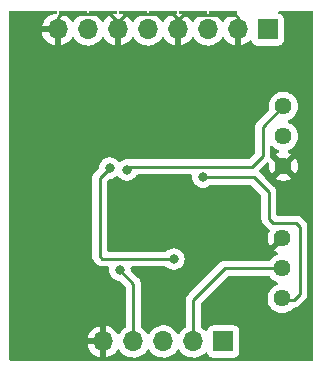
<source format=gbr>
%TF.GenerationSoftware,KiCad,Pcbnew,(6.0.11-0)*%
%TF.CreationDate,2023-02-13T11:24:01+01:00*%
%TF.ProjectId,vectrex_joystick,76656374-7265-4785-9f6a-6f7973746963,rev?*%
%TF.SameCoordinates,Original*%
%TF.FileFunction,Copper,L2,Bot*%
%TF.FilePolarity,Positive*%
%FSLAX46Y46*%
G04 Gerber Fmt 4.6, Leading zero omitted, Abs format (unit mm)*
G04 Created by KiCad (PCBNEW (6.0.11-0)) date 2023-02-13 11:24:01*
%MOMM*%
%LPD*%
G01*
G04 APERTURE LIST*
%TA.AperFunction,ComponentPad*%
%ADD10C,1.440000*%
%TD*%
%TA.AperFunction,ComponentPad*%
%ADD11R,1.700000X1.700000*%
%TD*%
%TA.AperFunction,ComponentPad*%
%ADD12O,1.700000X1.700000*%
%TD*%
%TA.AperFunction,ViaPad*%
%ADD13C,0.800000*%
%TD*%
%TA.AperFunction,Conductor*%
%ADD14C,0.250000*%
%TD*%
G04 APERTURE END LIST*
D10*
%TO.P,RV1,1,1*%
%TO.N,Net-(R1-Pad2)*%
X92862400Y-102504400D03*
%TO.P,RV1,2,2*%
%TO.N,Net-(J2-Pad1)*%
X92862400Y-105044400D03*
%TO.P,RV1,3,3*%
%TO.N,GND*%
X92862400Y-107584400D03*
%TD*%
%TO.P,RV2,1,1*%
%TO.N,Net-(R12-Pad2)*%
X92760800Y-118780400D03*
%TO.P,RV2,2,2*%
%TO.N,Net-(RV2-Pad2)*%
X92760800Y-116240400D03*
%TO.P,RV2,3,3*%
%TO.N,GND*%
X92760800Y-113700400D03*
%TD*%
D11*
%TO.P,J2,1,Pin_1*%
%TO.N,Net-(J2-Pad1)*%
X87782400Y-122428000D03*
D12*
%TO.P,J2,2,Pin_2*%
%TO.N,Net-(RV2-Pad2)*%
X85242400Y-122428000D03*
%TO.P,J2,3,Pin_3*%
%TO.N,+5V*%
X82702400Y-122428000D03*
%TO.P,J2,4,Pin_4*%
%TO.N,-5V*%
X80162400Y-122428000D03*
%TO.P,J2,5,Pin_5*%
%TO.N,GND*%
X77622400Y-122428000D03*
%TD*%
D11*
%TO.P,J1,1,Pin_1*%
%TO.N,Net-(J1-Pad1)*%
X91541600Y-96012000D03*
D12*
%TO.P,J1,2,Pin_2*%
%TO.N,GND*%
X89001600Y-96012000D03*
%TO.P,J1,3,Pin_3*%
%TO.N,Net-(J1-Pad3)*%
X86461600Y-96012000D03*
%TO.P,J1,4,Pin_4*%
%TO.N,GND*%
X83921600Y-96012000D03*
%TO.P,J1,5,Pin_5*%
%TO.N,Net-(J1-Pad5)*%
X81381600Y-96012000D03*
%TO.P,J1,6,Pin_6*%
%TO.N,GND*%
X78841600Y-96012000D03*
%TO.P,J1,7,Pin_7*%
%TO.N,Net-(J1-Pad7)*%
X76301600Y-96012000D03*
%TO.P,J1,8,Pin_8*%
%TO.N,GND*%
X73761600Y-96012000D03*
%TD*%
D13*
%TO.N,Net-(R1-Pad2)*%
X79629000Y-107899200D03*
%TO.N,-5V*%
X79019400Y-116382800D03*
%TO.N,Net-(R11-Pad2)*%
X83591400Y-115443000D03*
X78155800Y-107746800D03*
%TO.N,Net-(R12-Pad2)*%
X86055200Y-108508800D03*
%TD*%
D14*
%TO.N,GND*%
X71196200Y-105994200D02*
X71196200Y-118160800D01*
X83489800Y-94716600D02*
X83921600Y-95148400D01*
X73761600Y-96012000D02*
X73761600Y-103428800D01*
X78841600Y-96012000D02*
X78994000Y-95859600D01*
X88773000Y-94767400D02*
X89001600Y-94996000D01*
X72542400Y-119507000D02*
X75819000Y-119507000D01*
X78994000Y-95859600D02*
X78994000Y-95224600D01*
X78841600Y-96012000D02*
X78841600Y-95402400D01*
X83921600Y-95173800D02*
X84328000Y-94767400D01*
X77317600Y-119278400D02*
X77622400Y-119583200D01*
X76047600Y-119278400D02*
X77317600Y-119278400D01*
X79502000Y-94716600D02*
X83489800Y-94716600D01*
X78841600Y-95402400D02*
X78155800Y-94716600D01*
X73761600Y-103428800D02*
X71196200Y-105994200D01*
X74041000Y-94716600D02*
X73761600Y-94996000D01*
X83921600Y-96012000D02*
X83921600Y-95173800D01*
X84328000Y-94767400D02*
X88773000Y-94767400D01*
X77622400Y-119583200D02*
X77622400Y-122428000D01*
X71196200Y-118160800D02*
X72542400Y-119507000D01*
X78994000Y-95224600D02*
X79502000Y-94716600D01*
X78155800Y-94716600D02*
X74041000Y-94716600D01*
X75819000Y-119507000D02*
X76047600Y-119278400D01*
X73761600Y-94996000D02*
X73761600Y-96012000D01*
X89001600Y-94996000D02*
X89001600Y-96012000D01*
X83921600Y-95148400D02*
X83921600Y-96012000D01*
%TO.N,Net-(R1-Pad2)*%
X90170000Y-107645200D02*
X79883000Y-107645200D01*
X91109800Y-104257000D02*
X91109800Y-106705400D01*
X79883000Y-107645200D02*
X79629000Y-107899200D01*
X91109800Y-106705400D02*
X90170000Y-107645200D01*
X92862400Y-102504400D02*
X91109800Y-104257000D01*
%TO.N,Net-(RV2-Pad2)*%
X85242400Y-122428000D02*
X85242400Y-118922800D01*
X87924800Y-116240400D02*
X92760800Y-116240400D01*
X85242400Y-118922800D02*
X87924800Y-116240400D01*
%TO.N,-5V*%
X80162400Y-122428000D02*
X80162400Y-117525800D01*
X80162400Y-117525800D02*
X79019400Y-116382800D01*
%TO.N,Net-(R11-Pad2)*%
X78155800Y-107746800D02*
X77317600Y-108585000D01*
X77546200Y-115443000D02*
X77749400Y-115443000D01*
X77317600Y-115214400D02*
X77546200Y-115443000D01*
X77317600Y-108585000D02*
X77317600Y-115214400D01*
X77749400Y-115443000D02*
X83591400Y-115443000D01*
%TO.N,Net-(R12-Pad2)*%
X91643200Y-109804200D02*
X91643200Y-112039400D01*
X86055200Y-108508800D02*
X90347800Y-108508800D01*
X91998800Y-112395000D02*
X93929200Y-112395000D01*
X94259400Y-112725200D02*
X94259400Y-118414800D01*
X93751400Y-118922800D02*
X92903200Y-118922800D01*
X91643200Y-112039400D02*
X91998800Y-112395000D01*
X92903200Y-118922800D02*
X92760800Y-118780400D01*
X93929200Y-112395000D02*
X94259400Y-112725200D01*
X90347800Y-108508800D02*
X91643200Y-109804200D01*
X94259400Y-118414800D02*
X93751400Y-118922800D01*
%TD*%
%TA.AperFunction,Conductor*%
%TO.N,GND*%
G36*
X73649049Y-94432302D02*
G01*
X73695542Y-94485958D01*
X73705646Y-94556232D01*
X73676152Y-94620812D01*
X73616426Y-94659196D01*
X73599987Y-94662850D01*
X73450921Y-94685661D01*
X73440893Y-94688050D01*
X73238468Y-94754212D01*
X73228959Y-94758209D01*
X73040063Y-94856542D01*
X73031338Y-94862036D01*
X72861033Y-94989905D01*
X72853326Y-94996748D01*
X72706190Y-95150717D01*
X72699704Y-95158727D01*
X72579698Y-95334649D01*
X72574600Y-95343623D01*
X72484938Y-95536783D01*
X72481375Y-95546470D01*
X72425989Y-95746183D01*
X72427512Y-95754607D01*
X72439892Y-95758000D01*
X73889600Y-95758000D01*
X73957721Y-95778002D01*
X74004214Y-95831658D01*
X74015600Y-95884000D01*
X74015600Y-97330517D01*
X74019664Y-97344359D01*
X74033078Y-97346393D01*
X74039784Y-97345534D01*
X74049862Y-97343392D01*
X74253855Y-97282191D01*
X74263442Y-97278433D01*
X74454695Y-97184739D01*
X74463545Y-97179464D01*
X74636928Y-97055792D01*
X74644800Y-97049139D01*
X74795652Y-96898812D01*
X74802330Y-96890965D01*
X74929622Y-96713819D01*
X74930879Y-96714722D01*
X74977973Y-96671362D01*
X75047911Y-96659145D01*
X75113351Y-96686678D01*
X75141179Y-96718511D01*
X75201587Y-96817088D01*
X75347850Y-96985938D01*
X75519726Y-97128632D01*
X75712600Y-97241338D01*
X75921292Y-97321030D01*
X75926360Y-97322061D01*
X75926363Y-97322062D01*
X76021462Y-97341410D01*
X76140197Y-97365567D01*
X76145372Y-97365757D01*
X76145374Y-97365757D01*
X76358273Y-97373564D01*
X76358277Y-97373564D01*
X76363437Y-97373753D01*
X76368557Y-97373097D01*
X76368559Y-97373097D01*
X76579888Y-97346025D01*
X76579889Y-97346025D01*
X76585016Y-97345368D01*
X76589966Y-97343883D01*
X76794029Y-97282661D01*
X76794034Y-97282659D01*
X76798984Y-97281174D01*
X76999594Y-97182896D01*
X77181460Y-97053173D01*
X77339696Y-96895489D01*
X77470053Y-96714077D01*
X77471240Y-96714930D01*
X77518560Y-96671362D01*
X77588497Y-96659145D01*
X77653938Y-96686678D01*
X77681766Y-96718511D01*
X77739294Y-96812388D01*
X77745377Y-96820699D01*
X77884813Y-96981667D01*
X77892180Y-96988883D01*
X78056034Y-97124916D01*
X78064481Y-97130831D01*
X78248356Y-97238279D01*
X78257642Y-97242729D01*
X78456601Y-97318703D01*
X78466499Y-97321579D01*
X78569850Y-97342606D01*
X78583899Y-97341410D01*
X78587600Y-97331065D01*
X78587600Y-95884000D01*
X78607602Y-95815879D01*
X78661258Y-95769386D01*
X78713600Y-95758000D01*
X78969600Y-95758000D01*
X79037721Y-95778002D01*
X79084214Y-95831658D01*
X79095600Y-95884000D01*
X79095600Y-97330517D01*
X79099664Y-97344359D01*
X79113078Y-97346393D01*
X79119784Y-97345534D01*
X79129862Y-97343392D01*
X79333855Y-97282191D01*
X79343442Y-97278433D01*
X79534695Y-97184739D01*
X79543545Y-97179464D01*
X79716928Y-97055792D01*
X79724800Y-97049139D01*
X79875652Y-96898812D01*
X79882330Y-96890965D01*
X80009622Y-96713819D01*
X80010879Y-96714722D01*
X80057973Y-96671362D01*
X80127911Y-96659145D01*
X80193351Y-96686678D01*
X80221179Y-96718511D01*
X80281587Y-96817088D01*
X80427850Y-96985938D01*
X80599726Y-97128632D01*
X80792600Y-97241338D01*
X81001292Y-97321030D01*
X81006360Y-97322061D01*
X81006363Y-97322062D01*
X81101462Y-97341410D01*
X81220197Y-97365567D01*
X81225372Y-97365757D01*
X81225374Y-97365757D01*
X81438273Y-97373564D01*
X81438277Y-97373564D01*
X81443437Y-97373753D01*
X81448557Y-97373097D01*
X81448559Y-97373097D01*
X81659888Y-97346025D01*
X81659889Y-97346025D01*
X81665016Y-97345368D01*
X81669966Y-97343883D01*
X81874029Y-97282661D01*
X81874034Y-97282659D01*
X81878984Y-97281174D01*
X82079594Y-97182896D01*
X82261460Y-97053173D01*
X82419696Y-96895489D01*
X82550053Y-96714077D01*
X82551240Y-96714930D01*
X82598560Y-96671362D01*
X82668497Y-96659145D01*
X82733938Y-96686678D01*
X82761766Y-96718511D01*
X82819294Y-96812388D01*
X82825377Y-96820699D01*
X82964813Y-96981667D01*
X82972180Y-96988883D01*
X83136034Y-97124916D01*
X83144481Y-97130831D01*
X83328356Y-97238279D01*
X83337642Y-97242729D01*
X83536601Y-97318703D01*
X83546499Y-97321579D01*
X83649850Y-97342606D01*
X83663899Y-97341410D01*
X83667600Y-97331065D01*
X83667600Y-95884000D01*
X83687602Y-95815879D01*
X83741258Y-95769386D01*
X83793600Y-95758000D01*
X84049600Y-95758000D01*
X84117721Y-95778002D01*
X84164214Y-95831658D01*
X84175600Y-95884000D01*
X84175600Y-97330517D01*
X84179664Y-97344359D01*
X84193078Y-97346393D01*
X84199784Y-97345534D01*
X84209862Y-97343392D01*
X84413855Y-97282191D01*
X84423442Y-97278433D01*
X84614695Y-97184739D01*
X84623545Y-97179464D01*
X84796928Y-97055792D01*
X84804800Y-97049139D01*
X84955652Y-96898812D01*
X84962330Y-96890965D01*
X85089622Y-96713819D01*
X85090879Y-96714722D01*
X85137973Y-96671362D01*
X85207911Y-96659145D01*
X85273351Y-96686678D01*
X85301179Y-96718511D01*
X85361587Y-96817088D01*
X85507850Y-96985938D01*
X85679726Y-97128632D01*
X85872600Y-97241338D01*
X86081292Y-97321030D01*
X86086360Y-97322061D01*
X86086363Y-97322062D01*
X86181462Y-97341410D01*
X86300197Y-97365567D01*
X86305372Y-97365757D01*
X86305374Y-97365757D01*
X86518273Y-97373564D01*
X86518277Y-97373564D01*
X86523437Y-97373753D01*
X86528557Y-97373097D01*
X86528559Y-97373097D01*
X86739888Y-97346025D01*
X86739889Y-97346025D01*
X86745016Y-97345368D01*
X86749966Y-97343883D01*
X86954029Y-97282661D01*
X86954034Y-97282659D01*
X86958984Y-97281174D01*
X87159594Y-97182896D01*
X87341460Y-97053173D01*
X87499696Y-96895489D01*
X87630053Y-96714077D01*
X87631240Y-96714930D01*
X87678560Y-96671362D01*
X87748497Y-96659145D01*
X87813938Y-96686678D01*
X87841766Y-96718511D01*
X87899294Y-96812388D01*
X87905377Y-96820699D01*
X88044813Y-96981667D01*
X88052180Y-96988883D01*
X88216034Y-97124916D01*
X88224481Y-97130831D01*
X88408356Y-97238279D01*
X88417642Y-97242729D01*
X88616601Y-97318703D01*
X88626499Y-97321579D01*
X88729850Y-97342606D01*
X88743899Y-97341410D01*
X88747600Y-97331065D01*
X88747600Y-95884000D01*
X88767602Y-95815879D01*
X88821258Y-95769386D01*
X88873600Y-95758000D01*
X89129600Y-95758000D01*
X89197721Y-95778002D01*
X89244214Y-95831658D01*
X89255600Y-95884000D01*
X89255600Y-97330517D01*
X89259664Y-97344359D01*
X89273078Y-97346393D01*
X89279784Y-97345534D01*
X89289862Y-97343392D01*
X89493855Y-97282191D01*
X89503442Y-97278433D01*
X89694695Y-97184739D01*
X89703545Y-97179464D01*
X89876928Y-97055792D01*
X89884793Y-97049145D01*
X89989497Y-96944805D01*
X90051868Y-96910889D01*
X90122675Y-96916077D01*
X90179437Y-96958723D01*
X90196419Y-96989826D01*
X90240985Y-97108705D01*
X90328339Y-97225261D01*
X90444895Y-97312615D01*
X90581284Y-97363745D01*
X90643466Y-97370500D01*
X92439734Y-97370500D01*
X92501916Y-97363745D01*
X92638305Y-97312615D01*
X92754861Y-97225261D01*
X92842215Y-97108705D01*
X92893345Y-96972316D01*
X92900100Y-96910134D01*
X92900100Y-95113866D01*
X92893345Y-95051684D01*
X92842215Y-94915295D01*
X92754861Y-94798739D01*
X92638305Y-94711385D01*
X92625092Y-94706432D01*
X92509309Y-94663026D01*
X92509305Y-94663025D01*
X92501916Y-94660255D01*
X92498553Y-94659890D01*
X92438644Y-94625665D01*
X92405824Y-94562709D01*
X92412250Y-94492004D01*
X92455883Y-94435998D01*
X92529437Y-94412300D01*
X95275900Y-94412300D01*
X95344021Y-94432302D01*
X95390514Y-94485958D01*
X95401900Y-94538300D01*
X95401900Y-123927100D01*
X95381898Y-123995221D01*
X95328242Y-124041714D01*
X95275900Y-124053100D01*
X69773300Y-124053100D01*
X69705179Y-124033098D01*
X69658686Y-123979442D01*
X69647300Y-123927100D01*
X69647300Y-122695966D01*
X76290657Y-122695966D01*
X76320965Y-122830446D01*
X76324045Y-122840275D01*
X76404170Y-123037603D01*
X76408813Y-123046794D01*
X76520094Y-123228388D01*
X76526177Y-123236699D01*
X76665613Y-123397667D01*
X76672980Y-123404883D01*
X76836834Y-123540916D01*
X76845281Y-123546831D01*
X77029156Y-123654279D01*
X77038442Y-123658729D01*
X77237401Y-123734703D01*
X77247299Y-123737579D01*
X77350650Y-123758606D01*
X77364699Y-123757410D01*
X77368400Y-123747065D01*
X77368400Y-122700115D01*
X77363925Y-122684876D01*
X77362535Y-122683671D01*
X77354852Y-122682000D01*
X76305625Y-122682000D01*
X76292094Y-122685973D01*
X76290657Y-122695966D01*
X69647300Y-122695966D01*
X69647300Y-122162183D01*
X76286789Y-122162183D01*
X76288312Y-122170607D01*
X76300692Y-122174000D01*
X77350285Y-122174000D01*
X77365524Y-122169525D01*
X77366729Y-122168135D01*
X77368400Y-122160452D01*
X77368400Y-121111102D01*
X77364482Y-121097758D01*
X77350206Y-121095771D01*
X77311724Y-121101660D01*
X77301688Y-121104051D01*
X77099268Y-121170212D01*
X77089759Y-121174209D01*
X76900863Y-121272542D01*
X76892138Y-121278036D01*
X76721833Y-121405905D01*
X76714126Y-121412748D01*
X76566990Y-121566717D01*
X76560504Y-121574727D01*
X76440498Y-121750649D01*
X76435400Y-121759623D01*
X76345738Y-121952783D01*
X76342175Y-121962470D01*
X76286789Y-122162183D01*
X69647300Y-122162183D01*
X69647300Y-108564943D01*
X76679380Y-108564943D01*
X76680126Y-108572835D01*
X76683541Y-108608961D01*
X76684100Y-108620819D01*
X76684100Y-115135633D01*
X76683573Y-115146816D01*
X76681898Y-115154309D01*
X76682147Y-115162235D01*
X76682147Y-115162236D01*
X76684038Y-115222386D01*
X76684100Y-115226345D01*
X76684100Y-115254256D01*
X76684597Y-115258190D01*
X76684597Y-115258191D01*
X76684605Y-115258256D01*
X76685538Y-115270093D01*
X76686927Y-115314289D01*
X76692578Y-115333739D01*
X76696587Y-115353100D01*
X76699126Y-115373197D01*
X76702045Y-115380568D01*
X76702045Y-115380570D01*
X76715404Y-115414312D01*
X76719249Y-115425542D01*
X76731582Y-115467993D01*
X76735615Y-115474812D01*
X76735617Y-115474817D01*
X76741893Y-115485428D01*
X76750588Y-115503176D01*
X76758048Y-115522017D01*
X76762710Y-115528433D01*
X76762710Y-115528434D01*
X76784036Y-115557787D01*
X76790552Y-115567707D01*
X76813058Y-115605762D01*
X76827379Y-115620083D01*
X76840219Y-115635116D01*
X76852128Y-115651507D01*
X76858234Y-115656558D01*
X76886205Y-115679698D01*
X76894984Y-115687688D01*
X77042543Y-115835247D01*
X77050087Y-115843537D01*
X77054200Y-115850018D01*
X77059977Y-115855443D01*
X77103867Y-115896658D01*
X77106709Y-115899413D01*
X77126430Y-115919134D01*
X77129625Y-115921612D01*
X77138647Y-115929318D01*
X77170879Y-115959586D01*
X77177828Y-115963406D01*
X77188632Y-115969346D01*
X77205156Y-115980199D01*
X77221159Y-115992613D01*
X77261743Y-116010176D01*
X77272373Y-116015383D01*
X77311140Y-116036695D01*
X77318817Y-116038666D01*
X77318822Y-116038668D01*
X77330758Y-116041732D01*
X77349466Y-116048137D01*
X77368055Y-116056181D01*
X77375883Y-116057421D01*
X77375890Y-116057423D01*
X77411724Y-116063099D01*
X77423344Y-116065505D01*
X77458489Y-116074528D01*
X77466170Y-116076500D01*
X77486424Y-116076500D01*
X77506134Y-116078051D01*
X77526143Y-116081220D01*
X77534035Y-116080474D01*
X77570161Y-116077059D01*
X77582019Y-116076500D01*
X77998152Y-116076500D01*
X78066273Y-116096502D01*
X78112766Y-116150158D01*
X78123462Y-116215670D01*
X78105896Y-116382800D01*
X78125858Y-116572728D01*
X78184873Y-116754356D01*
X78280360Y-116919744D01*
X78284778Y-116924651D01*
X78284779Y-116924652D01*
X78378346Y-117028569D01*
X78408147Y-117061666D01*
X78562648Y-117173918D01*
X78568676Y-117176602D01*
X78568678Y-117176603D01*
X78704362Y-117237013D01*
X78737112Y-117251594D01*
X78813355Y-117267800D01*
X78917456Y-117289928D01*
X78917461Y-117289928D01*
X78923913Y-117291300D01*
X78979805Y-117291300D01*
X79047926Y-117311302D01*
X79068901Y-117328205D01*
X79491996Y-117751301D01*
X79526021Y-117813613D01*
X79528900Y-117840396D01*
X79528900Y-121149692D01*
X79508898Y-121217813D01*
X79461083Y-121261453D01*
X79436007Y-121274507D01*
X79431874Y-121277610D01*
X79431871Y-121277612D01*
X79261500Y-121405530D01*
X79257365Y-121408635D01*
X79231941Y-121435240D01*
X79163680Y-121506671D01*
X79103029Y-121570138D01*
X79100120Y-121574403D01*
X79100114Y-121574411D01*
X79087804Y-121592457D01*
X78995604Y-121727618D01*
X78995298Y-121728066D01*
X78940387Y-121773069D01*
X78869862Y-121781240D01*
X78806115Y-121749986D01*
X78785418Y-121725502D01*
X78704826Y-121600926D01*
X78698536Y-121592757D01*
X78555206Y-121435240D01*
X78547673Y-121428215D01*
X78380539Y-121296222D01*
X78371952Y-121290517D01*
X78185517Y-121187599D01*
X78176105Y-121183369D01*
X77975359Y-121112280D01*
X77965388Y-121109646D01*
X77894237Y-121096972D01*
X77880940Y-121098432D01*
X77876400Y-121112989D01*
X77876400Y-123746517D01*
X77880464Y-123760359D01*
X77893878Y-123762393D01*
X77900584Y-123761534D01*
X77910662Y-123759392D01*
X78114655Y-123698191D01*
X78124242Y-123694433D01*
X78315495Y-123600739D01*
X78324345Y-123595464D01*
X78497728Y-123471792D01*
X78505600Y-123465139D01*
X78656452Y-123314812D01*
X78663130Y-123306965D01*
X78790422Y-123129819D01*
X78791679Y-123130722D01*
X78838773Y-123087362D01*
X78908711Y-123075145D01*
X78974151Y-123102678D01*
X79001979Y-123134511D01*
X79062387Y-123233088D01*
X79208650Y-123401938D01*
X79380526Y-123544632D01*
X79573400Y-123657338D01*
X79782092Y-123737030D01*
X79787160Y-123738061D01*
X79787163Y-123738062D01*
X79882262Y-123757410D01*
X80000997Y-123781567D01*
X80006172Y-123781757D01*
X80006174Y-123781757D01*
X80219073Y-123789564D01*
X80219077Y-123789564D01*
X80224237Y-123789753D01*
X80229357Y-123789097D01*
X80229359Y-123789097D01*
X80440688Y-123762025D01*
X80440689Y-123762025D01*
X80445816Y-123761368D01*
X80450766Y-123759883D01*
X80654829Y-123698661D01*
X80654834Y-123698659D01*
X80659784Y-123697174D01*
X80860394Y-123598896D01*
X81042260Y-123469173D01*
X81200496Y-123311489D01*
X81330853Y-123130077D01*
X81332176Y-123131028D01*
X81379045Y-123087857D01*
X81448980Y-123075625D01*
X81514426Y-123103144D01*
X81542275Y-123134994D01*
X81602387Y-123233088D01*
X81748650Y-123401938D01*
X81920526Y-123544632D01*
X82113400Y-123657338D01*
X82322092Y-123737030D01*
X82327160Y-123738061D01*
X82327163Y-123738062D01*
X82422262Y-123757410D01*
X82540997Y-123781567D01*
X82546172Y-123781757D01*
X82546174Y-123781757D01*
X82759073Y-123789564D01*
X82759077Y-123789564D01*
X82764237Y-123789753D01*
X82769357Y-123789097D01*
X82769359Y-123789097D01*
X82980688Y-123762025D01*
X82980689Y-123762025D01*
X82985816Y-123761368D01*
X82990766Y-123759883D01*
X83194829Y-123698661D01*
X83194834Y-123698659D01*
X83199784Y-123697174D01*
X83400394Y-123598896D01*
X83582260Y-123469173D01*
X83740496Y-123311489D01*
X83870853Y-123130077D01*
X83872176Y-123131028D01*
X83919045Y-123087857D01*
X83988980Y-123075625D01*
X84054426Y-123103144D01*
X84082275Y-123134994D01*
X84142387Y-123233088D01*
X84288650Y-123401938D01*
X84460526Y-123544632D01*
X84653400Y-123657338D01*
X84862092Y-123737030D01*
X84867160Y-123738061D01*
X84867163Y-123738062D01*
X84962262Y-123757410D01*
X85080997Y-123781567D01*
X85086172Y-123781757D01*
X85086174Y-123781757D01*
X85299073Y-123789564D01*
X85299077Y-123789564D01*
X85304237Y-123789753D01*
X85309357Y-123789097D01*
X85309359Y-123789097D01*
X85520688Y-123762025D01*
X85520689Y-123762025D01*
X85525816Y-123761368D01*
X85530766Y-123759883D01*
X85734829Y-123698661D01*
X85734834Y-123698659D01*
X85739784Y-123697174D01*
X85940394Y-123598896D01*
X86122260Y-123469173D01*
X86230491Y-123361319D01*
X86292862Y-123327404D01*
X86363668Y-123332592D01*
X86420430Y-123375238D01*
X86437412Y-123406341D01*
X86481785Y-123524705D01*
X86569139Y-123641261D01*
X86685695Y-123728615D01*
X86822084Y-123779745D01*
X86884266Y-123786500D01*
X88680534Y-123786500D01*
X88742716Y-123779745D01*
X88879105Y-123728615D01*
X88995661Y-123641261D01*
X89083015Y-123524705D01*
X89134145Y-123388316D01*
X89140900Y-123326134D01*
X89140900Y-121529866D01*
X89134145Y-121467684D01*
X89083015Y-121331295D01*
X88995661Y-121214739D01*
X88879105Y-121127385D01*
X88742716Y-121076255D01*
X88680534Y-121069500D01*
X86884266Y-121069500D01*
X86822084Y-121076255D01*
X86685695Y-121127385D01*
X86569139Y-121214739D01*
X86481785Y-121331295D01*
X86478633Y-121339703D01*
X86437319Y-121449907D01*
X86394677Y-121506671D01*
X86328116Y-121531371D01*
X86258767Y-121516163D01*
X86226143Y-121490476D01*
X86175551Y-121434875D01*
X86175542Y-121434866D01*
X86172070Y-121431051D01*
X86168019Y-121427852D01*
X86168015Y-121427848D01*
X86000814Y-121295800D01*
X86000810Y-121295798D01*
X85996759Y-121292598D01*
X85992235Y-121290101D01*
X85992231Y-121290098D01*
X85941008Y-121261822D01*
X85891036Y-121211390D01*
X85875900Y-121151513D01*
X85875900Y-119237394D01*
X85895902Y-119169273D01*
X85912805Y-119148299D01*
X88150299Y-116910805D01*
X88212611Y-116876779D01*
X88239394Y-116873900D01*
X91639069Y-116873900D01*
X91707190Y-116893902D01*
X91742282Y-116927630D01*
X91816119Y-117033081D01*
X91968119Y-117185081D01*
X92144203Y-117308376D01*
X92149181Y-117310697D01*
X92149184Y-117310699D01*
X92332553Y-117396205D01*
X92385838Y-117443122D01*
X92405299Y-117511400D01*
X92384757Y-117579359D01*
X92332553Y-117624595D01*
X92149185Y-117710101D01*
X92149182Y-117710103D01*
X92144204Y-117712424D01*
X91968119Y-117835719D01*
X91816119Y-117987719D01*
X91692824Y-118163804D01*
X91601978Y-118358623D01*
X91600556Y-118363931D01*
X91600555Y-118363933D01*
X91561170Y-118510920D01*
X91546342Y-118566258D01*
X91527607Y-118780400D01*
X91546342Y-118994542D01*
X91601978Y-119202177D01*
X91604300Y-119207157D01*
X91604301Y-119207159D01*
X91685909Y-119382166D01*
X91692824Y-119396996D01*
X91816119Y-119573081D01*
X91968119Y-119725081D01*
X92144203Y-119848376D01*
X92149181Y-119850697D01*
X92149184Y-119850699D01*
X92334041Y-119936899D01*
X92339023Y-119939222D01*
X92344331Y-119940644D01*
X92344333Y-119940645D01*
X92541343Y-119993434D01*
X92541345Y-119993434D01*
X92546658Y-119994858D01*
X92760800Y-120013593D01*
X92974942Y-119994858D01*
X92980255Y-119993434D01*
X92980257Y-119993434D01*
X93177267Y-119940645D01*
X93177269Y-119940644D01*
X93182577Y-119939222D01*
X93187559Y-119936899D01*
X93372416Y-119850699D01*
X93372419Y-119850697D01*
X93377397Y-119848376D01*
X93553481Y-119725081D01*
X93685357Y-119593205D01*
X93747669Y-119559179D01*
X93774452Y-119556300D01*
X93791256Y-119556300D01*
X93795191Y-119555803D01*
X93795256Y-119555795D01*
X93807093Y-119554862D01*
X93839351Y-119553848D01*
X93843370Y-119553722D01*
X93851289Y-119553473D01*
X93870743Y-119547821D01*
X93890100Y-119543813D01*
X93902330Y-119542268D01*
X93902331Y-119542268D01*
X93910197Y-119541274D01*
X93917568Y-119538355D01*
X93917570Y-119538355D01*
X93951312Y-119524996D01*
X93962542Y-119521151D01*
X93997383Y-119511029D01*
X93997384Y-119511029D01*
X94004993Y-119508818D01*
X94011812Y-119504785D01*
X94011817Y-119504783D01*
X94022428Y-119498507D01*
X94040176Y-119489812D01*
X94059017Y-119482352D01*
X94094787Y-119456364D01*
X94104707Y-119449848D01*
X94135935Y-119431380D01*
X94135938Y-119431378D01*
X94142762Y-119427342D01*
X94157083Y-119413021D01*
X94172117Y-119400180D01*
X94188507Y-119388272D01*
X94216698Y-119354195D01*
X94224688Y-119345416D01*
X94651647Y-118918457D01*
X94659937Y-118910913D01*
X94666418Y-118906800D01*
X94713059Y-118857132D01*
X94715813Y-118854291D01*
X94735534Y-118834570D01*
X94738012Y-118831375D01*
X94745718Y-118822353D01*
X94748175Y-118819737D01*
X94775986Y-118790121D01*
X94785746Y-118772368D01*
X94796599Y-118755845D01*
X94804153Y-118746106D01*
X94809013Y-118739841D01*
X94826576Y-118699257D01*
X94831783Y-118688627D01*
X94853095Y-118649860D01*
X94855066Y-118642183D01*
X94855068Y-118642178D01*
X94858132Y-118630242D01*
X94864538Y-118611530D01*
X94869434Y-118600217D01*
X94872581Y-118592945D01*
X94879497Y-118549281D01*
X94881904Y-118537660D01*
X94890928Y-118502511D01*
X94890928Y-118502510D01*
X94892900Y-118494830D01*
X94892900Y-118474569D01*
X94894451Y-118454858D01*
X94896379Y-118442685D01*
X94897619Y-118434857D01*
X94893459Y-118390846D01*
X94892900Y-118378989D01*
X94892900Y-112803963D01*
X94893427Y-112792779D01*
X94895101Y-112785291D01*
X94892962Y-112717232D01*
X94892900Y-112713275D01*
X94892900Y-112685344D01*
X94892394Y-112681338D01*
X94891461Y-112669492D01*
X94890322Y-112633237D01*
X94890073Y-112625310D01*
X94884422Y-112605858D01*
X94880414Y-112586506D01*
X94878867Y-112574263D01*
X94877874Y-112566403D01*
X94874956Y-112559032D01*
X94861600Y-112525297D01*
X94857755Y-112514070D01*
X94855032Y-112504698D01*
X94845418Y-112471607D01*
X94841384Y-112464785D01*
X94841381Y-112464779D01*
X94835106Y-112454168D01*
X94826410Y-112436418D01*
X94821872Y-112424956D01*
X94821869Y-112424951D01*
X94818952Y-112417583D01*
X94800879Y-112392707D01*
X94792973Y-112381825D01*
X94786457Y-112371907D01*
X94775405Y-112353219D01*
X94763942Y-112333837D01*
X94749618Y-112319513D01*
X94736776Y-112304478D01*
X94724872Y-112288093D01*
X94690806Y-112259911D01*
X94682027Y-112251922D01*
X94432852Y-112002747D01*
X94425312Y-111994461D01*
X94421200Y-111987982D01*
X94371548Y-111941356D01*
X94368707Y-111938602D01*
X94348970Y-111918865D01*
X94345773Y-111916385D01*
X94336751Y-111908680D01*
X94310300Y-111883841D01*
X94304521Y-111878414D01*
X94297575Y-111874595D01*
X94297572Y-111874593D01*
X94286766Y-111868652D01*
X94270247Y-111857801D01*
X94269783Y-111857441D01*
X94254241Y-111845386D01*
X94246972Y-111842241D01*
X94246968Y-111842238D01*
X94213663Y-111827826D01*
X94203013Y-111822609D01*
X94164260Y-111801305D01*
X94144637Y-111796267D01*
X94125934Y-111789863D01*
X94114620Y-111784967D01*
X94114619Y-111784967D01*
X94107345Y-111781819D01*
X94099522Y-111780580D01*
X94099512Y-111780577D01*
X94063676Y-111774901D01*
X94052056Y-111772495D01*
X94016911Y-111763472D01*
X94016910Y-111763472D01*
X94009230Y-111761500D01*
X93988976Y-111761500D01*
X93969265Y-111759949D01*
X93957086Y-111758020D01*
X93949257Y-111756780D01*
X93941365Y-111757526D01*
X93905239Y-111760941D01*
X93893381Y-111761500D01*
X92402700Y-111761500D01*
X92334579Y-111741498D01*
X92288086Y-111687842D01*
X92276700Y-111635500D01*
X92276700Y-109882967D01*
X92277227Y-109871784D01*
X92278902Y-109864291D01*
X92276762Y-109796214D01*
X92276700Y-109792255D01*
X92276700Y-109764344D01*
X92276195Y-109760344D01*
X92275262Y-109748501D01*
X92274122Y-109712229D01*
X92273873Y-109704310D01*
X92268222Y-109684858D01*
X92264214Y-109665506D01*
X92262667Y-109653263D01*
X92261674Y-109645403D01*
X92258756Y-109638032D01*
X92245400Y-109604297D01*
X92241555Y-109593070D01*
X92240921Y-109590887D01*
X92229218Y-109550607D01*
X92225184Y-109543785D01*
X92225181Y-109543779D01*
X92218906Y-109533168D01*
X92210210Y-109515418D01*
X92205672Y-109503956D01*
X92205669Y-109503951D01*
X92202752Y-109496583D01*
X92176773Y-109460825D01*
X92170257Y-109450907D01*
X92151775Y-109419657D01*
X92147742Y-109412837D01*
X92133418Y-109398513D01*
X92120576Y-109383478D01*
X92116301Y-109377594D01*
X92108672Y-109367093D01*
X92074606Y-109338911D01*
X92065827Y-109330922D01*
X91347926Y-108613021D01*
X92198333Y-108613021D01*
X92207627Y-108625035D01*
X92241546Y-108648785D01*
X92251041Y-108654268D01*
X92435813Y-108740428D01*
X92446105Y-108744174D01*
X92643032Y-108796940D01*
X92653825Y-108798843D01*
X92856925Y-108816612D01*
X92867875Y-108816612D01*
X93070975Y-108798843D01*
X93081768Y-108796940D01*
X93278695Y-108744174D01*
X93288987Y-108740428D01*
X93473759Y-108654268D01*
X93483254Y-108648785D01*
X93518007Y-108624451D01*
X93526383Y-108613972D01*
X93519316Y-108600527D01*
X92875211Y-107956421D01*
X92861268Y-107948808D01*
X92859434Y-107948939D01*
X92852820Y-107953190D01*
X92204760Y-108601251D01*
X92198333Y-108613021D01*
X91347926Y-108613021D01*
X90851452Y-108116547D01*
X90843912Y-108108261D01*
X90839800Y-108101782D01*
X90815721Y-108079171D01*
X90779756Y-108017960D01*
X90782593Y-107947020D01*
X90812879Y-107898225D01*
X91117125Y-107593980D01*
X91433147Y-107277958D01*
X91495459Y-107243933D01*
X91566275Y-107248998D01*
X91623110Y-107291545D01*
X91647921Y-107358065D01*
X91647763Y-107378035D01*
X91630188Y-107578925D01*
X91630188Y-107589875D01*
X91647957Y-107792975D01*
X91649860Y-107803768D01*
X91702626Y-108000695D01*
X91706372Y-108010987D01*
X91792535Y-108195764D01*
X91798013Y-108205250D01*
X91822349Y-108240007D01*
X91832828Y-108248383D01*
X91846272Y-108241317D01*
X92490379Y-107597211D01*
X92496756Y-107585532D01*
X93226808Y-107585532D01*
X93226939Y-107587366D01*
X93231190Y-107593980D01*
X93879251Y-108242040D01*
X93891021Y-108248467D01*
X93903035Y-108239172D01*
X93926787Y-108205250D01*
X93932265Y-108195764D01*
X94018428Y-108010987D01*
X94022174Y-108000695D01*
X94074940Y-107803768D01*
X94076843Y-107792975D01*
X94094612Y-107589875D01*
X94094612Y-107578925D01*
X94076843Y-107375825D01*
X94074940Y-107365032D01*
X94022174Y-107168105D01*
X94018428Y-107157813D01*
X93932265Y-106973036D01*
X93926787Y-106963550D01*
X93902451Y-106928793D01*
X93891972Y-106920417D01*
X93878528Y-106927483D01*
X93234421Y-107571589D01*
X93226808Y-107585532D01*
X92496756Y-107585532D01*
X92497992Y-107583268D01*
X92497861Y-107581434D01*
X92493610Y-107574820D01*
X91845550Y-106926761D01*
X91807645Y-106906063D01*
X91757443Y-106855861D01*
X91744111Y-106785430D01*
X91743300Y-106785430D01*
X91743300Y-106765176D01*
X91744851Y-106745465D01*
X91746780Y-106733286D01*
X91748020Y-106725457D01*
X91743859Y-106681438D01*
X91743300Y-106669581D01*
X91743300Y-105966852D01*
X91763302Y-105898731D01*
X91816958Y-105852238D01*
X91887232Y-105842134D01*
X91951812Y-105871628D01*
X91958395Y-105877757D01*
X92069719Y-105989081D01*
X92245803Y-106112376D01*
X92250781Y-106114697D01*
X92250784Y-106114699D01*
X92434744Y-106200481D01*
X92488029Y-106247398D01*
X92507490Y-106315676D01*
X92486948Y-106383636D01*
X92434744Y-106428871D01*
X92251036Y-106514535D01*
X92241550Y-106520013D01*
X92206793Y-106544349D01*
X92198417Y-106554828D01*
X92205483Y-106568272D01*
X92849589Y-107212379D01*
X92863532Y-107219992D01*
X92865366Y-107219861D01*
X92871980Y-107215610D01*
X93520040Y-106567549D01*
X93526467Y-106555779D01*
X93517173Y-106543765D01*
X93483254Y-106520015D01*
X93473759Y-106514532D01*
X93290056Y-106428871D01*
X93236771Y-106381954D01*
X93217310Y-106313677D01*
X93237852Y-106245717D01*
X93290056Y-106200481D01*
X93474016Y-106114699D01*
X93474019Y-106114697D01*
X93478997Y-106112376D01*
X93655081Y-105989081D01*
X93807081Y-105837081D01*
X93930376Y-105660996D01*
X94021222Y-105466177D01*
X94076858Y-105258542D01*
X94095593Y-105044400D01*
X94076858Y-104830258D01*
X94021222Y-104622623D01*
X93930376Y-104427804D01*
X93807081Y-104251719D01*
X93655081Y-104099719D01*
X93478997Y-103976424D01*
X93474019Y-103974103D01*
X93474016Y-103974101D01*
X93290647Y-103888595D01*
X93237362Y-103841678D01*
X93217901Y-103773400D01*
X93238443Y-103705441D01*
X93290647Y-103660205D01*
X93474016Y-103574699D01*
X93474019Y-103574697D01*
X93478997Y-103572376D01*
X93655081Y-103449081D01*
X93807081Y-103297081D01*
X93930376Y-103120996D01*
X94021222Y-102926177D01*
X94076858Y-102718542D01*
X94095593Y-102504400D01*
X94076858Y-102290258D01*
X94021222Y-102082623D01*
X93930376Y-101887804D01*
X93807081Y-101711719D01*
X93655081Y-101559719D01*
X93478997Y-101436424D01*
X93474019Y-101434103D01*
X93474016Y-101434101D01*
X93289159Y-101347901D01*
X93289158Y-101347900D01*
X93284177Y-101345578D01*
X93278869Y-101344156D01*
X93278867Y-101344155D01*
X93081857Y-101291366D01*
X93081855Y-101291366D01*
X93076542Y-101289942D01*
X92862400Y-101271207D01*
X92648258Y-101289942D01*
X92642945Y-101291366D01*
X92642943Y-101291366D01*
X92445933Y-101344155D01*
X92445931Y-101344156D01*
X92440623Y-101345578D01*
X92435643Y-101347900D01*
X92435641Y-101347901D01*
X92250785Y-101434101D01*
X92250782Y-101434103D01*
X92245804Y-101436424D01*
X92069719Y-101559719D01*
X91917719Y-101711719D01*
X91794424Y-101887804D01*
X91703578Y-102082623D01*
X91647942Y-102290258D01*
X91629207Y-102504400D01*
X91647942Y-102718542D01*
X91649366Y-102723857D01*
X91649367Y-102723861D01*
X91651178Y-102730620D01*
X91649490Y-102801597D01*
X91618567Y-102852329D01*
X91025709Y-103445186D01*
X90717542Y-103753353D01*
X90709263Y-103760887D01*
X90702782Y-103765000D01*
X90659391Y-103811207D01*
X90656157Y-103814651D01*
X90653402Y-103817493D01*
X90633665Y-103837230D01*
X90631185Y-103840427D01*
X90623482Y-103849447D01*
X90593214Y-103881679D01*
X90589395Y-103888625D01*
X90589393Y-103888628D01*
X90583452Y-103899434D01*
X90572601Y-103915953D01*
X90560186Y-103931959D01*
X90557041Y-103939228D01*
X90557038Y-103939232D01*
X90542626Y-103972537D01*
X90537409Y-103983187D01*
X90516105Y-104021940D01*
X90514134Y-104029615D01*
X90514134Y-104029616D01*
X90511067Y-104041562D01*
X90504663Y-104060266D01*
X90496619Y-104078855D01*
X90495380Y-104086678D01*
X90495377Y-104086688D01*
X90489701Y-104122524D01*
X90487295Y-104134144D01*
X90476300Y-104176970D01*
X90476300Y-104197224D01*
X90474749Y-104216934D01*
X90471580Y-104236943D01*
X90472326Y-104244835D01*
X90475741Y-104280961D01*
X90476300Y-104292819D01*
X90476300Y-106390805D01*
X90456298Y-106458926D01*
X90439395Y-106479901D01*
X89944499Y-106974796D01*
X89882187Y-107008821D01*
X89855404Y-107011700D01*
X79961767Y-107011700D01*
X79950584Y-107011173D01*
X79943091Y-107009498D01*
X79935165Y-107009747D01*
X79935164Y-107009747D01*
X79875014Y-107011638D01*
X79871055Y-107011700D01*
X79843144Y-107011700D01*
X79843144Y-107011568D01*
X79811842Y-107009268D01*
X79724487Y-106990700D01*
X79533513Y-106990700D01*
X79527061Y-106992072D01*
X79527056Y-106992072D01*
X79448261Y-107008821D01*
X79346712Y-107030406D01*
X79340682Y-107033091D01*
X79340681Y-107033091D01*
X79178278Y-107105397D01*
X79178276Y-107105398D01*
X79172248Y-107108082D01*
X79166907Y-107111962D01*
X79166906Y-107111963D01*
X79040933Y-107203488D01*
X78974065Y-107227347D01*
X78904914Y-107211266D01*
X78873238Y-107185865D01*
X78767053Y-107067934D01*
X78636438Y-106973036D01*
X78617894Y-106959563D01*
X78617893Y-106959562D01*
X78612552Y-106955682D01*
X78606524Y-106952998D01*
X78606522Y-106952997D01*
X78444119Y-106880691D01*
X78444118Y-106880691D01*
X78438088Y-106878006D01*
X78333905Y-106855861D01*
X78257744Y-106839672D01*
X78257739Y-106839672D01*
X78251287Y-106838300D01*
X78060313Y-106838300D01*
X78053861Y-106839672D01*
X78053856Y-106839672D01*
X77977695Y-106855861D01*
X77873512Y-106878006D01*
X77867482Y-106880691D01*
X77867481Y-106880691D01*
X77705078Y-106952997D01*
X77705076Y-106952998D01*
X77699048Y-106955682D01*
X77693707Y-106959562D01*
X77693706Y-106959563D01*
X77675162Y-106973036D01*
X77544547Y-107067934D01*
X77540129Y-107072841D01*
X77540125Y-107072845D01*
X77493012Y-107125170D01*
X77416760Y-107209856D01*
X77321273Y-107375244D01*
X77262258Y-107556872D01*
X77261568Y-107563433D01*
X77261568Y-107563435D01*
X77244893Y-107722092D01*
X77217880Y-107787749D01*
X77208678Y-107798018D01*
X76925342Y-108081353D01*
X76917063Y-108088887D01*
X76910582Y-108093000D01*
X76888470Y-108116547D01*
X76863957Y-108142651D01*
X76861202Y-108145493D01*
X76841465Y-108165230D01*
X76838985Y-108168427D01*
X76831282Y-108177447D01*
X76801014Y-108209679D01*
X76797195Y-108216625D01*
X76797193Y-108216628D01*
X76791252Y-108227434D01*
X76780401Y-108243953D01*
X76767986Y-108259959D01*
X76764841Y-108267228D01*
X76764838Y-108267232D01*
X76750426Y-108300537D01*
X76745209Y-108311187D01*
X76723905Y-108349940D01*
X76721934Y-108357615D01*
X76721934Y-108357616D01*
X76718867Y-108369562D01*
X76712463Y-108388266D01*
X76704419Y-108406855D01*
X76703180Y-108414678D01*
X76703177Y-108414688D01*
X76697501Y-108450524D01*
X76695095Y-108462144D01*
X76684100Y-108504970D01*
X76684100Y-108525224D01*
X76682549Y-108544934D01*
X76679380Y-108564943D01*
X69647300Y-108564943D01*
X69647300Y-96279966D01*
X72429857Y-96279966D01*
X72460165Y-96414446D01*
X72463245Y-96424275D01*
X72543370Y-96621603D01*
X72548013Y-96630794D01*
X72659294Y-96812388D01*
X72665377Y-96820699D01*
X72804813Y-96981667D01*
X72812180Y-96988883D01*
X72976034Y-97124916D01*
X72984481Y-97130831D01*
X73168356Y-97238279D01*
X73177642Y-97242729D01*
X73376601Y-97318703D01*
X73386499Y-97321579D01*
X73489850Y-97342606D01*
X73503899Y-97341410D01*
X73507600Y-97331065D01*
X73507600Y-96284115D01*
X73503125Y-96268876D01*
X73501735Y-96267671D01*
X73494052Y-96266000D01*
X72444825Y-96266000D01*
X72431294Y-96269973D01*
X72429857Y-96279966D01*
X69647300Y-96279966D01*
X69647300Y-94538300D01*
X69667302Y-94470179D01*
X69720958Y-94423686D01*
X69773300Y-94412300D01*
X73580928Y-94412300D01*
X73649049Y-94432302D01*
G37*
%TD.AperFunction*%
%TA.AperFunction,Conductor*%
G36*
X85094064Y-108298702D02*
G01*
X85140557Y-108352358D01*
X85151253Y-108417870D01*
X85141696Y-108508800D01*
X85142386Y-108515365D01*
X85157094Y-108655300D01*
X85161658Y-108698728D01*
X85220673Y-108880356D01*
X85316160Y-109045744D01*
X85443947Y-109187666D01*
X85598448Y-109299918D01*
X85604476Y-109302602D01*
X85604478Y-109302603D01*
X85668084Y-109330922D01*
X85772912Y-109377594D01*
X85838330Y-109391499D01*
X85953256Y-109415928D01*
X85953261Y-109415928D01*
X85959713Y-109417300D01*
X86150687Y-109417300D01*
X86157139Y-109415928D01*
X86157144Y-109415928D01*
X86272070Y-109391499D01*
X86337488Y-109377594D01*
X86442316Y-109330922D01*
X86505922Y-109302603D01*
X86505924Y-109302602D01*
X86511952Y-109299918D01*
X86666453Y-109187666D01*
X86670868Y-109182763D01*
X86675780Y-109178340D01*
X86676905Y-109179589D01*
X86730214Y-109146749D01*
X86763400Y-109142300D01*
X90033206Y-109142300D01*
X90101327Y-109162302D01*
X90122301Y-109179205D01*
X90972795Y-110029699D01*
X91006821Y-110092011D01*
X91009700Y-110118794D01*
X91009700Y-111960633D01*
X91009173Y-111971816D01*
X91007498Y-111979309D01*
X91007747Y-111987235D01*
X91007747Y-111987236D01*
X91009638Y-112047386D01*
X91009700Y-112051345D01*
X91009700Y-112079256D01*
X91010197Y-112083190D01*
X91010197Y-112083191D01*
X91010205Y-112083256D01*
X91011138Y-112095093D01*
X91012527Y-112139289D01*
X91018178Y-112158739D01*
X91022187Y-112178100D01*
X91024726Y-112198197D01*
X91027645Y-112205568D01*
X91027645Y-112205570D01*
X91041004Y-112239312D01*
X91044849Y-112250542D01*
X91057182Y-112292993D01*
X91061215Y-112299812D01*
X91061217Y-112299817D01*
X91067493Y-112310428D01*
X91076188Y-112328176D01*
X91083648Y-112347017D01*
X91088310Y-112353433D01*
X91088310Y-112353434D01*
X91109636Y-112382787D01*
X91116152Y-112392707D01*
X91130864Y-112417583D01*
X91138658Y-112430762D01*
X91152979Y-112445083D01*
X91165819Y-112460116D01*
X91177728Y-112476507D01*
X91183834Y-112481558D01*
X91211805Y-112504698D01*
X91220584Y-112512688D01*
X91495143Y-112787247D01*
X91502687Y-112795537D01*
X91506800Y-112802018D01*
X91512577Y-112807443D01*
X91556467Y-112848658D01*
X91559309Y-112851413D01*
X91579030Y-112871134D01*
X91582225Y-112873612D01*
X91591247Y-112881318D01*
X91623479Y-112911586D01*
X91639710Y-112920509D01*
X91689768Y-112970854D01*
X91704661Y-113040271D01*
X91693203Y-113084173D01*
X91604772Y-113273813D01*
X91601026Y-113284105D01*
X91548260Y-113481032D01*
X91546357Y-113491825D01*
X91528588Y-113694925D01*
X91528588Y-113705875D01*
X91546357Y-113908975D01*
X91548260Y-113919768D01*
X91601026Y-114116695D01*
X91604772Y-114126987D01*
X91690935Y-114311764D01*
X91696413Y-114321250D01*
X91720749Y-114356007D01*
X91731227Y-114364382D01*
X91744673Y-114357315D01*
X92671705Y-113430284D01*
X92734017Y-113396259D01*
X92804833Y-113401324D01*
X92849895Y-113430285D01*
X93030915Y-113611305D01*
X93064941Y-113673617D01*
X93059876Y-113744432D01*
X93030916Y-113789495D01*
X92103162Y-114717249D01*
X92096734Y-114729023D01*
X92106027Y-114741035D01*
X92139946Y-114764785D01*
X92149441Y-114770268D01*
X92333144Y-114855929D01*
X92386429Y-114902846D01*
X92405890Y-114971123D01*
X92385348Y-115039083D01*
X92333144Y-115084319D01*
X92149185Y-115170101D01*
X92149182Y-115170103D01*
X92144204Y-115172424D01*
X91968119Y-115295719D01*
X91816119Y-115447719D01*
X91812960Y-115452231D01*
X91742282Y-115553170D01*
X91686825Y-115597499D01*
X91639069Y-115606900D01*
X88003563Y-115606900D01*
X87992379Y-115606373D01*
X87984891Y-115604699D01*
X87976968Y-115604948D01*
X87916833Y-115606838D01*
X87912875Y-115606900D01*
X87884944Y-115606900D01*
X87881029Y-115607395D01*
X87881025Y-115607395D01*
X87880967Y-115607403D01*
X87880938Y-115607406D01*
X87869096Y-115608339D01*
X87824910Y-115609727D01*
X87807544Y-115614772D01*
X87805458Y-115615378D01*
X87786106Y-115619386D01*
X87773868Y-115620932D01*
X87773866Y-115620933D01*
X87766003Y-115621926D01*
X87724886Y-115638206D01*
X87713685Y-115642041D01*
X87671206Y-115654382D01*
X87664387Y-115658415D01*
X87664382Y-115658417D01*
X87653771Y-115664693D01*
X87636021Y-115673390D01*
X87617183Y-115680848D01*
X87610767Y-115685509D01*
X87610766Y-115685510D01*
X87581425Y-115706828D01*
X87571501Y-115713347D01*
X87540260Y-115731822D01*
X87540255Y-115731826D01*
X87533437Y-115735858D01*
X87519113Y-115750182D01*
X87504081Y-115763021D01*
X87487693Y-115774928D01*
X87460109Y-115808271D01*
X87459512Y-115808993D01*
X87451522Y-115817773D01*
X84850147Y-118419148D01*
X84841861Y-118426688D01*
X84835382Y-118430800D01*
X84794281Y-118474569D01*
X84788757Y-118480451D01*
X84786002Y-118483293D01*
X84766265Y-118503030D01*
X84763785Y-118506227D01*
X84756082Y-118515247D01*
X84725814Y-118547479D01*
X84721995Y-118554425D01*
X84721993Y-118554428D01*
X84716052Y-118565234D01*
X84705201Y-118581753D01*
X84692786Y-118597759D01*
X84689641Y-118605028D01*
X84689638Y-118605032D01*
X84675226Y-118638337D01*
X84670009Y-118648987D01*
X84648705Y-118687740D01*
X84646734Y-118695415D01*
X84646734Y-118695416D01*
X84643667Y-118707362D01*
X84637263Y-118726066D01*
X84629219Y-118744655D01*
X84627980Y-118752478D01*
X84627977Y-118752488D01*
X84622301Y-118788324D01*
X84619895Y-118799944D01*
X84611824Y-118831381D01*
X84608900Y-118842770D01*
X84608900Y-118863024D01*
X84607349Y-118882734D01*
X84604180Y-118902743D01*
X84604926Y-118910635D01*
X84608341Y-118946761D01*
X84608900Y-118958619D01*
X84608900Y-121149692D01*
X84588898Y-121217813D01*
X84541083Y-121261453D01*
X84516007Y-121274507D01*
X84511874Y-121277610D01*
X84511871Y-121277612D01*
X84341500Y-121405530D01*
X84337365Y-121408635D01*
X84311941Y-121435240D01*
X84243680Y-121506671D01*
X84183029Y-121570138D01*
X84075601Y-121727621D01*
X84020693Y-121772621D01*
X83950168Y-121780792D01*
X83886421Y-121749538D01*
X83865724Y-121725054D01*
X83785222Y-121600617D01*
X83785220Y-121600614D01*
X83782414Y-121596277D01*
X83632070Y-121431051D01*
X83628019Y-121427852D01*
X83628015Y-121427848D01*
X83460814Y-121295800D01*
X83460810Y-121295798D01*
X83456759Y-121292598D01*
X83452231Y-121290098D01*
X83336388Y-121226150D01*
X83261189Y-121184638D01*
X83256320Y-121182914D01*
X83256316Y-121182912D01*
X83055487Y-121111795D01*
X83055483Y-121111794D01*
X83050612Y-121110069D01*
X83045519Y-121109162D01*
X83045516Y-121109161D01*
X82835773Y-121071800D01*
X82835767Y-121071799D01*
X82830684Y-121070894D01*
X82756852Y-121069992D01*
X82612481Y-121068228D01*
X82612479Y-121068228D01*
X82607311Y-121068165D01*
X82386491Y-121101955D01*
X82174156Y-121171357D01*
X82101157Y-121209358D01*
X82000375Y-121261822D01*
X81976007Y-121274507D01*
X81971874Y-121277610D01*
X81971871Y-121277612D01*
X81801500Y-121405530D01*
X81797365Y-121408635D01*
X81771941Y-121435240D01*
X81703680Y-121506671D01*
X81643029Y-121570138D01*
X81535601Y-121727621D01*
X81480693Y-121772621D01*
X81410168Y-121780792D01*
X81346421Y-121749538D01*
X81325724Y-121725054D01*
X81245222Y-121600617D01*
X81245220Y-121600614D01*
X81242414Y-121596277D01*
X81092070Y-121431051D01*
X81088019Y-121427852D01*
X81088015Y-121427848D01*
X80920814Y-121295800D01*
X80920810Y-121295798D01*
X80916759Y-121292598D01*
X80912235Y-121290101D01*
X80912231Y-121290098D01*
X80861008Y-121261822D01*
X80811036Y-121211390D01*
X80795900Y-121151513D01*
X80795900Y-117604567D01*
X80796427Y-117593384D01*
X80798102Y-117585891D01*
X80795962Y-117517814D01*
X80795900Y-117513855D01*
X80795900Y-117485944D01*
X80795395Y-117481944D01*
X80794462Y-117470101D01*
X80793322Y-117433829D01*
X80793073Y-117425910D01*
X80787422Y-117406458D01*
X80783414Y-117387106D01*
X80781867Y-117374863D01*
X80780874Y-117367003D01*
X80777956Y-117359632D01*
X80764600Y-117325897D01*
X80760755Y-117314670D01*
X80753965Y-117291300D01*
X80748418Y-117272207D01*
X80738107Y-117254772D01*
X80729412Y-117237024D01*
X80721952Y-117218183D01*
X80700198Y-117188240D01*
X80695964Y-117182413D01*
X80689448Y-117172493D01*
X80670980Y-117141265D01*
X80670978Y-117141262D01*
X80666942Y-117134438D01*
X80652621Y-117120117D01*
X80639780Y-117105083D01*
X80632531Y-117095106D01*
X80627872Y-117088693D01*
X80593795Y-117060502D01*
X80585016Y-117052512D01*
X79966522Y-116434018D01*
X79932496Y-116371706D01*
X79930307Y-116358093D01*
X79915338Y-116215670D01*
X79928110Y-116145832D01*
X79976612Y-116093985D01*
X80040648Y-116076500D01*
X82883200Y-116076500D01*
X82951321Y-116096502D01*
X82970547Y-116112843D01*
X82970820Y-116112540D01*
X82975732Y-116116963D01*
X82980147Y-116121866D01*
X83001729Y-116137546D01*
X83109257Y-116215670D01*
X83134648Y-116234118D01*
X83140676Y-116236802D01*
X83140678Y-116236803D01*
X83303081Y-116309109D01*
X83309112Y-116311794D01*
X83402513Y-116331647D01*
X83489456Y-116350128D01*
X83489461Y-116350128D01*
X83495913Y-116351500D01*
X83686887Y-116351500D01*
X83693339Y-116350128D01*
X83693344Y-116350128D01*
X83780287Y-116331647D01*
X83873688Y-116311794D01*
X83879719Y-116309109D01*
X84042122Y-116236803D01*
X84042124Y-116236802D01*
X84048152Y-116234118D01*
X84073544Y-116215670D01*
X84104922Y-116192872D01*
X84202653Y-116121866D01*
X84239251Y-116081220D01*
X84326021Y-115984852D01*
X84326022Y-115984851D01*
X84330440Y-115979944D01*
X84405453Y-115850018D01*
X84422623Y-115820279D01*
X84422624Y-115820278D01*
X84425927Y-115814556D01*
X84484942Y-115632928D01*
X84486099Y-115621926D01*
X84504214Y-115449565D01*
X84504904Y-115443000D01*
X84498342Y-115380570D01*
X84485632Y-115259635D01*
X84485632Y-115259633D01*
X84484942Y-115253072D01*
X84425927Y-115071444D01*
X84330440Y-114906056D01*
X84285306Y-114855929D01*
X84207075Y-114769045D01*
X84207074Y-114769044D01*
X84202653Y-114764134D01*
X84048152Y-114651882D01*
X84042124Y-114649198D01*
X84042122Y-114649197D01*
X83879719Y-114576891D01*
X83879718Y-114576891D01*
X83873688Y-114574206D01*
X83780288Y-114554353D01*
X83693344Y-114535872D01*
X83693339Y-114535872D01*
X83686887Y-114534500D01*
X83495913Y-114534500D01*
X83489461Y-114535872D01*
X83489456Y-114535872D01*
X83402512Y-114554353D01*
X83309112Y-114574206D01*
X83303082Y-114576891D01*
X83303081Y-114576891D01*
X83140678Y-114649197D01*
X83140676Y-114649198D01*
X83134648Y-114651882D01*
X83129307Y-114655762D01*
X83129306Y-114655763D01*
X83044678Y-114717249D01*
X82980147Y-114764134D01*
X82975732Y-114769037D01*
X82970820Y-114773460D01*
X82969695Y-114772211D01*
X82916386Y-114805051D01*
X82883200Y-114809500D01*
X78077100Y-114809500D01*
X78008979Y-114789498D01*
X77962486Y-114735842D01*
X77951100Y-114683500D01*
X77951100Y-108899594D01*
X77971102Y-108831473D01*
X77988005Y-108810499D01*
X78106299Y-108692205D01*
X78168611Y-108658179D01*
X78195394Y-108655300D01*
X78251287Y-108655300D01*
X78257739Y-108653928D01*
X78257744Y-108653928D01*
X78344688Y-108635447D01*
X78438088Y-108615594D01*
X78470303Y-108601251D01*
X78606522Y-108540603D01*
X78606524Y-108540602D01*
X78612552Y-108537918D01*
X78630024Y-108525224D01*
X78743867Y-108442512D01*
X78810735Y-108418653D01*
X78879886Y-108434734D01*
X78911562Y-108460135D01*
X79017747Y-108578066D01*
X79172248Y-108690318D01*
X79178276Y-108693002D01*
X79178278Y-108693003D01*
X79284797Y-108740428D01*
X79346712Y-108767994D01*
X79440112Y-108787847D01*
X79527056Y-108806328D01*
X79527061Y-108806328D01*
X79533513Y-108807700D01*
X79724487Y-108807700D01*
X79730939Y-108806328D01*
X79730944Y-108806328D01*
X79817888Y-108787847D01*
X79911288Y-108767994D01*
X79973203Y-108740428D01*
X80079722Y-108693003D01*
X80079724Y-108693002D01*
X80085752Y-108690318D01*
X80240253Y-108578066D01*
X80273985Y-108540603D01*
X80363621Y-108441052D01*
X80363622Y-108441051D01*
X80368040Y-108436144D01*
X80422569Y-108341698D01*
X80473951Y-108292706D01*
X80531687Y-108278700D01*
X85025943Y-108278700D01*
X85094064Y-108298702D01*
G37*
%TD.AperFunction*%
%TA.AperFunction,Conductor*%
G36*
X78729049Y-94432302D02*
G01*
X78775542Y-94485958D01*
X78785646Y-94556232D01*
X78756152Y-94620812D01*
X78696426Y-94659196D01*
X78679987Y-94662850D01*
X78530921Y-94685661D01*
X78520893Y-94688050D01*
X78318468Y-94754212D01*
X78308959Y-94758209D01*
X78120063Y-94856542D01*
X78111338Y-94862036D01*
X77941033Y-94989905D01*
X77933326Y-94996748D01*
X77786190Y-95150717D01*
X77779709Y-95158722D01*
X77675098Y-95312074D01*
X77620187Y-95357076D01*
X77549662Y-95365247D01*
X77485915Y-95333993D01*
X77465218Y-95309509D01*
X77384422Y-95184617D01*
X77384420Y-95184614D01*
X77381614Y-95180277D01*
X77231270Y-95015051D01*
X77227219Y-95011852D01*
X77227215Y-95011848D01*
X77060014Y-94879800D01*
X77060010Y-94879798D01*
X77055959Y-94876598D01*
X77019628Y-94856542D01*
X77003736Y-94847769D01*
X76860389Y-94768638D01*
X76855520Y-94766914D01*
X76855516Y-94766912D01*
X76654687Y-94695795D01*
X76654683Y-94695794D01*
X76649812Y-94694069D01*
X76644719Y-94693162D01*
X76644716Y-94693161D01*
X76471725Y-94662347D01*
X76408167Y-94630709D01*
X76371804Y-94569732D01*
X76374181Y-94498775D01*
X76414542Y-94440367D01*
X76480074Y-94413052D01*
X76493821Y-94412300D01*
X78660928Y-94412300D01*
X78729049Y-94432302D01*
G37*
%TD.AperFunction*%
%TA.AperFunction,Conductor*%
G36*
X88889049Y-94432302D02*
G01*
X88935542Y-94485958D01*
X88945646Y-94556232D01*
X88916152Y-94620812D01*
X88856426Y-94659196D01*
X88839987Y-94662850D01*
X88690921Y-94685661D01*
X88680893Y-94688050D01*
X88478468Y-94754212D01*
X88468959Y-94758209D01*
X88280063Y-94856542D01*
X88271338Y-94862036D01*
X88101033Y-94989905D01*
X88093326Y-94996748D01*
X87946190Y-95150717D01*
X87939709Y-95158722D01*
X87835098Y-95312074D01*
X87780187Y-95357076D01*
X87709662Y-95365247D01*
X87645915Y-95333993D01*
X87625218Y-95309509D01*
X87544422Y-95184617D01*
X87544420Y-95184614D01*
X87541614Y-95180277D01*
X87391270Y-95015051D01*
X87387219Y-95011852D01*
X87387215Y-95011848D01*
X87220014Y-94879800D01*
X87220010Y-94879798D01*
X87215959Y-94876598D01*
X87179628Y-94856542D01*
X87163736Y-94847769D01*
X87020389Y-94768638D01*
X87015520Y-94766914D01*
X87015516Y-94766912D01*
X86814687Y-94695795D01*
X86814683Y-94695794D01*
X86809812Y-94694069D01*
X86804719Y-94693162D01*
X86804716Y-94693161D01*
X86631725Y-94662347D01*
X86568167Y-94630709D01*
X86531804Y-94569732D01*
X86534181Y-94498775D01*
X86574542Y-94440367D01*
X86640074Y-94413052D01*
X86653821Y-94412300D01*
X88820928Y-94412300D01*
X88889049Y-94432302D01*
G37*
%TD.AperFunction*%
%TA.AperFunction,Conductor*%
G36*
X83809049Y-94432302D02*
G01*
X83855542Y-94485958D01*
X83865646Y-94556232D01*
X83836152Y-94620812D01*
X83776426Y-94659196D01*
X83759987Y-94662850D01*
X83610921Y-94685661D01*
X83600893Y-94688050D01*
X83398468Y-94754212D01*
X83388959Y-94758209D01*
X83200063Y-94856542D01*
X83191338Y-94862036D01*
X83021033Y-94989905D01*
X83013326Y-94996748D01*
X82866190Y-95150717D01*
X82859709Y-95158722D01*
X82755098Y-95312074D01*
X82700187Y-95357076D01*
X82629662Y-95365247D01*
X82565915Y-95333993D01*
X82545218Y-95309509D01*
X82464422Y-95184617D01*
X82464420Y-95184614D01*
X82461614Y-95180277D01*
X82311270Y-95015051D01*
X82307219Y-95011852D01*
X82307215Y-95011848D01*
X82140014Y-94879800D01*
X82140010Y-94879798D01*
X82135959Y-94876598D01*
X82099628Y-94856542D01*
X82083736Y-94847769D01*
X81940389Y-94768638D01*
X81935520Y-94766914D01*
X81935516Y-94766912D01*
X81734687Y-94695795D01*
X81734683Y-94695794D01*
X81729812Y-94694069D01*
X81724719Y-94693162D01*
X81724716Y-94693161D01*
X81551725Y-94662347D01*
X81488167Y-94630709D01*
X81451804Y-94569732D01*
X81454181Y-94498775D01*
X81494542Y-94440367D01*
X81560074Y-94413052D01*
X81573821Y-94412300D01*
X83740928Y-94412300D01*
X83809049Y-94432302D01*
G37*
%TD.AperFunction*%
%TA.AperFunction,Conductor*%
G36*
X86345746Y-94432302D02*
G01*
X86392239Y-94485958D01*
X86402343Y-94556232D01*
X86372849Y-94620812D01*
X86313123Y-94659196D01*
X86296684Y-94662850D01*
X86145691Y-94685955D01*
X85933356Y-94755357D01*
X85735207Y-94858507D01*
X85731074Y-94861610D01*
X85731071Y-94861612D01*
X85648371Y-94923705D01*
X85556565Y-94992635D01*
X85402229Y-95154138D01*
X85399315Y-95158410D01*
X85399314Y-95158411D01*
X85294498Y-95312066D01*
X85239587Y-95357069D01*
X85169062Y-95365240D01*
X85105315Y-95333986D01*
X85084618Y-95309502D01*
X85004026Y-95184926D01*
X84997736Y-95176757D01*
X84854406Y-95019240D01*
X84846873Y-95012215D01*
X84679739Y-94880222D01*
X84671152Y-94874517D01*
X84484717Y-94771599D01*
X84475305Y-94767369D01*
X84274559Y-94696280D01*
X84264589Y-94693646D01*
X84088872Y-94662347D01*
X84025315Y-94630709D01*
X83988952Y-94569732D01*
X83991328Y-94498775D01*
X84031689Y-94440367D01*
X84097221Y-94413052D01*
X84110968Y-94412300D01*
X86277625Y-94412300D01*
X86345746Y-94432302D01*
G37*
%TD.AperFunction*%
%TA.AperFunction,Conductor*%
G36*
X76185746Y-94432302D02*
G01*
X76232239Y-94485958D01*
X76242343Y-94556232D01*
X76212849Y-94620812D01*
X76153123Y-94659196D01*
X76136684Y-94662850D01*
X75985691Y-94685955D01*
X75773356Y-94755357D01*
X75575207Y-94858507D01*
X75571074Y-94861610D01*
X75571071Y-94861612D01*
X75488371Y-94923705D01*
X75396565Y-94992635D01*
X75242229Y-95154138D01*
X75239315Y-95158410D01*
X75239314Y-95158411D01*
X75134498Y-95312066D01*
X75079587Y-95357069D01*
X75009062Y-95365240D01*
X74945315Y-95333986D01*
X74924618Y-95309502D01*
X74844026Y-95184926D01*
X74837736Y-95176757D01*
X74694406Y-95019240D01*
X74686873Y-95012215D01*
X74519739Y-94880222D01*
X74511152Y-94874517D01*
X74324717Y-94771599D01*
X74315305Y-94767369D01*
X74114559Y-94696280D01*
X74104589Y-94693646D01*
X73928872Y-94662347D01*
X73865315Y-94630709D01*
X73828952Y-94569732D01*
X73831328Y-94498775D01*
X73871689Y-94440367D01*
X73937221Y-94413052D01*
X73950968Y-94412300D01*
X76117625Y-94412300D01*
X76185746Y-94432302D01*
G37*
%TD.AperFunction*%
%TA.AperFunction,Conductor*%
G36*
X81265746Y-94432302D02*
G01*
X81312239Y-94485958D01*
X81322343Y-94556232D01*
X81292849Y-94620812D01*
X81233123Y-94659196D01*
X81216684Y-94662850D01*
X81065691Y-94685955D01*
X80853356Y-94755357D01*
X80655207Y-94858507D01*
X80651074Y-94861610D01*
X80651071Y-94861612D01*
X80568371Y-94923705D01*
X80476565Y-94992635D01*
X80322229Y-95154138D01*
X80319315Y-95158410D01*
X80319314Y-95158411D01*
X80214498Y-95312066D01*
X80159587Y-95357069D01*
X80089062Y-95365240D01*
X80025315Y-95333986D01*
X80004618Y-95309502D01*
X79924026Y-95184926D01*
X79917736Y-95176757D01*
X79774406Y-95019240D01*
X79766873Y-95012215D01*
X79599739Y-94880222D01*
X79591152Y-94874517D01*
X79404717Y-94771599D01*
X79395305Y-94767369D01*
X79194559Y-94696280D01*
X79184589Y-94693646D01*
X79008872Y-94662347D01*
X78945315Y-94630709D01*
X78908952Y-94569732D01*
X78911328Y-94498775D01*
X78951689Y-94440367D01*
X79017221Y-94413052D01*
X79030968Y-94412300D01*
X81197625Y-94412300D01*
X81265746Y-94432302D01*
G37*
%TD.AperFunction*%
%TD*%
M02*

</source>
